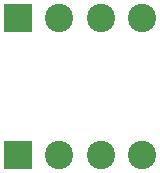
<source format=gbr>
%TF.GenerationSoftware,KiCad,Pcbnew,7.0.5*%
%TF.CreationDate,2023-06-29T13:10:02+12:00*%
%TF.ProjectId,manipulator_PCB,6d616e69-7075-46c6-9174-6f725f504342,rev?*%
%TF.SameCoordinates,Original*%
%TF.FileFunction,Soldermask,Bot*%
%TF.FilePolarity,Negative*%
%FSLAX46Y46*%
G04 Gerber Fmt 4.6, Leading zero omitted, Abs format (unit mm)*
G04 Created by KiCad (PCBNEW 7.0.5) date 2023-06-29 13:10:02*
%MOMM*%
%LPD*%
G01*
G04 APERTURE LIST*
%ADD10R,2.400000X2.400000*%
%ADD11C,2.400000*%
G04 APERTURE END LIST*
D10*
%TO.C,J9*%
X35220000Y-50800000D03*
D11*
X38720000Y-50800000D03*
X42220000Y-50800000D03*
X45720000Y-50800000D03*
%TD*%
D10*
%TO.C,J8*%
X35220000Y-39210000D03*
D11*
X38720000Y-39210000D03*
X42220000Y-39210000D03*
X45720000Y-39210000D03*
%TD*%
M02*

</source>
